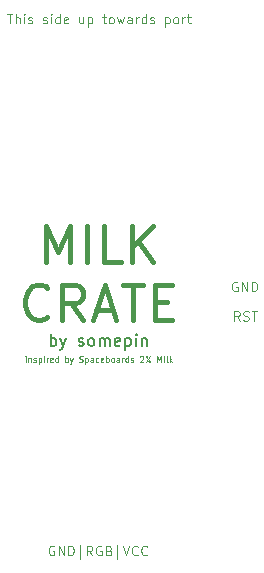
<source format=gto>
G04 #@! TF.GenerationSoftware,KiCad,Pcbnew,(5.1.10)-1*
G04 #@! TF.CreationDate,2021-08-17T09:51:17-04:00*
G04 #@! TF.ProjectId,milkcrate,6d696c6b-6372-4617-9465-2e6b69636164,rev?*
G04 #@! TF.SameCoordinates,Original*
G04 #@! TF.FileFunction,Legend,Top*
G04 #@! TF.FilePolarity,Positive*
%FSLAX46Y46*%
G04 Gerber Fmt 4.6, Leading zero omitted, Abs format (unit mm)*
G04 Created by KiCad (PCBNEW (5.1.10)-1) date 2021-08-17 09:51:17*
%MOMM*%
%LPD*%
G01*
G04 APERTURE LIST*
%ADD10C,0.120000*%
%ADD11C,0.125000*%
%ADD12C,0.150000*%
%ADD13C,0.450000*%
%ADD14C,3.987800*%
%ADD15C,3.048000*%
%ADD16C,1.750000*%
%ADD17C,2.250000*%
%ADD18R,1.600000X1.600000*%
%ADD19C,1.600000*%
%ADD20R,1.700000X1.700000*%
%ADD21O,1.700000X1.700000*%
G04 APERTURE END LIST*
D10*
X126378671Y-23945904D02*
X126835814Y-23945904D01*
X126607242Y-24745904D02*
X126607242Y-23945904D01*
X127102480Y-24745904D02*
X127102480Y-23945904D01*
X127445338Y-24745904D02*
X127445338Y-24326857D01*
X127407242Y-24250666D01*
X127331052Y-24212571D01*
X127216766Y-24212571D01*
X127140576Y-24250666D01*
X127102480Y-24288761D01*
X127826290Y-24745904D02*
X127826290Y-24212571D01*
X127826290Y-23945904D02*
X127788195Y-23984000D01*
X127826290Y-24022095D01*
X127864385Y-23984000D01*
X127826290Y-23945904D01*
X127826290Y-24022095D01*
X128169147Y-24707809D02*
X128245338Y-24745904D01*
X128397719Y-24745904D01*
X128473909Y-24707809D01*
X128512004Y-24631619D01*
X128512004Y-24593523D01*
X128473909Y-24517333D01*
X128397719Y-24479238D01*
X128283433Y-24479238D01*
X128207242Y-24441142D01*
X128169147Y-24364952D01*
X128169147Y-24326857D01*
X128207242Y-24250666D01*
X128283433Y-24212571D01*
X128397719Y-24212571D01*
X128473909Y-24250666D01*
X129426290Y-24707809D02*
X129502480Y-24745904D01*
X129654861Y-24745904D01*
X129731052Y-24707809D01*
X129769147Y-24631619D01*
X129769147Y-24593523D01*
X129731052Y-24517333D01*
X129654861Y-24479238D01*
X129540576Y-24479238D01*
X129464385Y-24441142D01*
X129426290Y-24364952D01*
X129426290Y-24326857D01*
X129464385Y-24250666D01*
X129540576Y-24212571D01*
X129654861Y-24212571D01*
X129731052Y-24250666D01*
X130112004Y-24745904D02*
X130112004Y-24212571D01*
X130112004Y-23945904D02*
X130073909Y-23984000D01*
X130112004Y-24022095D01*
X130150100Y-23984000D01*
X130112004Y-23945904D01*
X130112004Y-24022095D01*
X130835814Y-24745904D02*
X130835814Y-23945904D01*
X130835814Y-24707809D02*
X130759623Y-24745904D01*
X130607242Y-24745904D01*
X130531052Y-24707809D01*
X130492957Y-24669714D01*
X130454861Y-24593523D01*
X130454861Y-24364952D01*
X130492957Y-24288761D01*
X130531052Y-24250666D01*
X130607242Y-24212571D01*
X130759623Y-24212571D01*
X130835814Y-24250666D01*
X131521528Y-24707809D02*
X131445338Y-24745904D01*
X131292957Y-24745904D01*
X131216766Y-24707809D01*
X131178671Y-24631619D01*
X131178671Y-24326857D01*
X131216766Y-24250666D01*
X131292957Y-24212571D01*
X131445338Y-24212571D01*
X131521528Y-24250666D01*
X131559623Y-24326857D01*
X131559623Y-24403047D01*
X131178671Y-24479238D01*
X132854861Y-24212571D02*
X132854861Y-24745904D01*
X132512004Y-24212571D02*
X132512004Y-24631619D01*
X132550100Y-24707809D01*
X132626290Y-24745904D01*
X132740576Y-24745904D01*
X132816766Y-24707809D01*
X132854861Y-24669714D01*
X133235814Y-24212571D02*
X133235814Y-25012571D01*
X133235814Y-24250666D02*
X133312004Y-24212571D01*
X133464385Y-24212571D01*
X133540576Y-24250666D01*
X133578671Y-24288761D01*
X133616766Y-24364952D01*
X133616766Y-24593523D01*
X133578671Y-24669714D01*
X133540576Y-24707809D01*
X133464385Y-24745904D01*
X133312004Y-24745904D01*
X133235814Y-24707809D01*
X134454861Y-24212571D02*
X134759623Y-24212571D01*
X134569147Y-23945904D02*
X134569147Y-24631619D01*
X134607242Y-24707809D01*
X134683433Y-24745904D01*
X134759623Y-24745904D01*
X135140576Y-24745904D02*
X135064385Y-24707809D01*
X135026290Y-24669714D01*
X134988195Y-24593523D01*
X134988195Y-24364952D01*
X135026290Y-24288761D01*
X135064385Y-24250666D01*
X135140576Y-24212571D01*
X135254861Y-24212571D01*
X135331052Y-24250666D01*
X135369147Y-24288761D01*
X135407242Y-24364952D01*
X135407242Y-24593523D01*
X135369147Y-24669714D01*
X135331052Y-24707809D01*
X135254861Y-24745904D01*
X135140576Y-24745904D01*
X135673909Y-24212571D02*
X135826290Y-24745904D01*
X135978671Y-24364952D01*
X136131052Y-24745904D01*
X136283433Y-24212571D01*
X136931052Y-24745904D02*
X136931052Y-24326857D01*
X136892957Y-24250666D01*
X136816766Y-24212571D01*
X136664385Y-24212571D01*
X136588195Y-24250666D01*
X136931052Y-24707809D02*
X136854861Y-24745904D01*
X136664385Y-24745904D01*
X136588195Y-24707809D01*
X136550100Y-24631619D01*
X136550100Y-24555428D01*
X136588195Y-24479238D01*
X136664385Y-24441142D01*
X136854861Y-24441142D01*
X136931052Y-24403047D01*
X137312004Y-24745904D02*
X137312004Y-24212571D01*
X137312004Y-24364952D02*
X137350100Y-24288761D01*
X137388195Y-24250666D01*
X137464385Y-24212571D01*
X137540576Y-24212571D01*
X138150100Y-24745904D02*
X138150100Y-23945904D01*
X138150100Y-24707809D02*
X138073909Y-24745904D01*
X137921528Y-24745904D01*
X137845338Y-24707809D01*
X137807242Y-24669714D01*
X137769147Y-24593523D01*
X137769147Y-24364952D01*
X137807242Y-24288761D01*
X137845338Y-24250666D01*
X137921528Y-24212571D01*
X138073909Y-24212571D01*
X138150100Y-24250666D01*
X138492957Y-24707809D02*
X138569147Y-24745904D01*
X138721528Y-24745904D01*
X138797719Y-24707809D01*
X138835814Y-24631619D01*
X138835814Y-24593523D01*
X138797719Y-24517333D01*
X138721528Y-24479238D01*
X138607242Y-24479238D01*
X138531052Y-24441142D01*
X138492957Y-24364952D01*
X138492957Y-24326857D01*
X138531052Y-24250666D01*
X138607242Y-24212571D01*
X138721528Y-24212571D01*
X138797719Y-24250666D01*
X139788195Y-24212571D02*
X139788195Y-25012571D01*
X139788195Y-24250666D02*
X139864385Y-24212571D01*
X140016766Y-24212571D01*
X140092957Y-24250666D01*
X140131052Y-24288761D01*
X140169147Y-24364952D01*
X140169147Y-24593523D01*
X140131052Y-24669714D01*
X140092957Y-24707809D01*
X140016766Y-24745904D01*
X139864385Y-24745904D01*
X139788195Y-24707809D01*
X140626290Y-24745904D02*
X140550100Y-24707809D01*
X140512004Y-24669714D01*
X140473909Y-24593523D01*
X140473909Y-24364952D01*
X140512004Y-24288761D01*
X140550100Y-24250666D01*
X140626290Y-24212571D01*
X140740576Y-24212571D01*
X140816766Y-24250666D01*
X140854861Y-24288761D01*
X140892957Y-24364952D01*
X140892957Y-24593523D01*
X140854861Y-24669714D01*
X140816766Y-24707809D01*
X140740576Y-24745904D01*
X140626290Y-24745904D01*
X141235814Y-24745904D02*
X141235814Y-24212571D01*
X141235814Y-24364952D02*
X141273909Y-24288761D01*
X141312004Y-24250666D01*
X141388195Y-24212571D01*
X141464385Y-24212571D01*
X141616766Y-24212571D02*
X141921528Y-24212571D01*
X141731052Y-23945904D02*
X141731052Y-24631619D01*
X141769147Y-24707809D01*
X141845338Y-24745904D01*
X141921528Y-24745904D01*
X130359614Y-69030900D02*
X130283423Y-68992804D01*
X130169138Y-68992804D01*
X130054852Y-69030900D01*
X129978661Y-69107090D01*
X129940566Y-69183280D01*
X129902471Y-69335661D01*
X129902471Y-69449947D01*
X129940566Y-69602328D01*
X129978661Y-69678519D01*
X130054852Y-69754709D01*
X130169138Y-69792804D01*
X130245328Y-69792804D01*
X130359614Y-69754709D01*
X130397709Y-69716614D01*
X130397709Y-69449947D01*
X130245328Y-69449947D01*
X130740566Y-69792804D02*
X130740566Y-68992804D01*
X131197709Y-69792804D01*
X131197709Y-68992804D01*
X131578661Y-69792804D02*
X131578661Y-68992804D01*
X131769138Y-68992804D01*
X131883423Y-69030900D01*
X131959614Y-69107090D01*
X131997709Y-69183280D01*
X132035804Y-69335661D01*
X132035804Y-69449947D01*
X131997709Y-69602328D01*
X131959614Y-69678519D01*
X131883423Y-69754709D01*
X131769138Y-69792804D01*
X131578661Y-69792804D01*
X132569138Y-70059471D02*
X132569138Y-68916614D01*
X133597709Y-69792804D02*
X133331042Y-69411852D01*
X133140566Y-69792804D02*
X133140566Y-68992804D01*
X133445328Y-68992804D01*
X133521519Y-69030900D01*
X133559614Y-69068995D01*
X133597709Y-69145185D01*
X133597709Y-69259471D01*
X133559614Y-69335661D01*
X133521519Y-69373757D01*
X133445328Y-69411852D01*
X133140566Y-69411852D01*
X134359614Y-69030900D02*
X134283423Y-68992804D01*
X134169138Y-68992804D01*
X134054852Y-69030900D01*
X133978661Y-69107090D01*
X133940566Y-69183280D01*
X133902471Y-69335661D01*
X133902471Y-69449947D01*
X133940566Y-69602328D01*
X133978661Y-69678519D01*
X134054852Y-69754709D01*
X134169138Y-69792804D01*
X134245328Y-69792804D01*
X134359614Y-69754709D01*
X134397709Y-69716614D01*
X134397709Y-69449947D01*
X134245328Y-69449947D01*
X135007233Y-69373757D02*
X135121519Y-69411852D01*
X135159614Y-69449947D01*
X135197709Y-69526138D01*
X135197709Y-69640423D01*
X135159614Y-69716614D01*
X135121519Y-69754709D01*
X135045328Y-69792804D01*
X134740566Y-69792804D01*
X134740566Y-68992804D01*
X135007233Y-68992804D01*
X135083423Y-69030900D01*
X135121519Y-69068995D01*
X135159614Y-69145185D01*
X135159614Y-69221376D01*
X135121519Y-69297566D01*
X135083423Y-69335661D01*
X135007233Y-69373757D01*
X134740566Y-69373757D01*
X135731042Y-70059471D02*
X135731042Y-68916614D01*
X136188185Y-68992804D02*
X136454852Y-69792804D01*
X136721519Y-68992804D01*
X137445328Y-69716614D02*
X137407233Y-69754709D01*
X137292947Y-69792804D01*
X137216757Y-69792804D01*
X137102471Y-69754709D01*
X137026280Y-69678519D01*
X136988185Y-69602328D01*
X136950090Y-69449947D01*
X136950090Y-69335661D01*
X136988185Y-69183280D01*
X137026280Y-69107090D01*
X137102471Y-69030900D01*
X137216757Y-68992804D01*
X137292947Y-68992804D01*
X137407233Y-69030900D01*
X137445328Y-69068995D01*
X138245328Y-69716614D02*
X138207233Y-69754709D01*
X138092947Y-69792804D01*
X138016757Y-69792804D01*
X137902471Y-69754709D01*
X137826280Y-69678519D01*
X137788185Y-69602328D01*
X137750090Y-69449947D01*
X137750090Y-69335661D01*
X137788185Y-69183280D01*
X137826280Y-69107090D01*
X137902471Y-69030900D01*
X138016757Y-68992804D01*
X138092947Y-68992804D01*
X138207233Y-69030900D01*
X138245328Y-69068995D01*
D11*
X127953273Y-53407440D02*
X127953273Y-53074107D01*
X127953273Y-52907440D02*
X127929464Y-52931250D01*
X127953273Y-52955059D01*
X127977083Y-52931250D01*
X127953273Y-52907440D01*
X127953273Y-52955059D01*
X128191369Y-53074107D02*
X128191369Y-53407440D01*
X128191369Y-53121726D02*
X128215178Y-53097916D01*
X128262797Y-53074107D01*
X128334226Y-53074107D01*
X128381845Y-53097916D01*
X128405654Y-53145535D01*
X128405654Y-53407440D01*
X128619940Y-53383630D02*
X128667559Y-53407440D01*
X128762797Y-53407440D01*
X128810416Y-53383630D01*
X128834226Y-53336011D01*
X128834226Y-53312202D01*
X128810416Y-53264583D01*
X128762797Y-53240773D01*
X128691369Y-53240773D01*
X128643750Y-53216964D01*
X128619940Y-53169345D01*
X128619940Y-53145535D01*
X128643750Y-53097916D01*
X128691369Y-53074107D01*
X128762797Y-53074107D01*
X128810416Y-53097916D01*
X129048511Y-53074107D02*
X129048511Y-53574107D01*
X129048511Y-53097916D02*
X129096130Y-53074107D01*
X129191369Y-53074107D01*
X129238988Y-53097916D01*
X129262797Y-53121726D01*
X129286607Y-53169345D01*
X129286607Y-53312202D01*
X129262797Y-53359821D01*
X129238988Y-53383630D01*
X129191369Y-53407440D01*
X129096130Y-53407440D01*
X129048511Y-53383630D01*
X129500892Y-53407440D02*
X129500892Y-53074107D01*
X129500892Y-52907440D02*
X129477083Y-52931250D01*
X129500892Y-52955059D01*
X129524702Y-52931250D01*
X129500892Y-52907440D01*
X129500892Y-52955059D01*
X129738988Y-53407440D02*
X129738988Y-53074107D01*
X129738988Y-53169345D02*
X129762797Y-53121726D01*
X129786607Y-53097916D01*
X129834226Y-53074107D01*
X129881845Y-53074107D01*
X130238988Y-53383630D02*
X130191369Y-53407440D01*
X130096130Y-53407440D01*
X130048511Y-53383630D01*
X130024702Y-53336011D01*
X130024702Y-53145535D01*
X130048511Y-53097916D01*
X130096130Y-53074107D01*
X130191369Y-53074107D01*
X130238988Y-53097916D01*
X130262797Y-53145535D01*
X130262797Y-53193154D01*
X130024702Y-53240773D01*
X130691369Y-53407440D02*
X130691369Y-52907440D01*
X130691369Y-53383630D02*
X130643750Y-53407440D01*
X130548511Y-53407440D01*
X130500892Y-53383630D01*
X130477083Y-53359821D01*
X130453273Y-53312202D01*
X130453273Y-53169345D01*
X130477083Y-53121726D01*
X130500892Y-53097916D01*
X130548511Y-53074107D01*
X130643750Y-53074107D01*
X130691369Y-53097916D01*
X131310416Y-53407440D02*
X131310416Y-52907440D01*
X131310416Y-53097916D02*
X131358035Y-53074107D01*
X131453273Y-53074107D01*
X131500892Y-53097916D01*
X131524702Y-53121726D01*
X131548511Y-53169345D01*
X131548511Y-53312202D01*
X131524702Y-53359821D01*
X131500892Y-53383630D01*
X131453273Y-53407440D01*
X131358035Y-53407440D01*
X131310416Y-53383630D01*
X131715178Y-53074107D02*
X131834226Y-53407440D01*
X131953273Y-53074107D02*
X131834226Y-53407440D01*
X131786607Y-53526488D01*
X131762797Y-53550297D01*
X131715178Y-53574107D01*
X132500892Y-53383630D02*
X132572321Y-53407440D01*
X132691369Y-53407440D01*
X132738988Y-53383630D01*
X132762797Y-53359821D01*
X132786607Y-53312202D01*
X132786607Y-53264583D01*
X132762797Y-53216964D01*
X132738988Y-53193154D01*
X132691369Y-53169345D01*
X132596130Y-53145535D01*
X132548511Y-53121726D01*
X132524702Y-53097916D01*
X132500892Y-53050297D01*
X132500892Y-53002678D01*
X132524702Y-52955059D01*
X132548511Y-52931250D01*
X132596130Y-52907440D01*
X132715178Y-52907440D01*
X132786607Y-52931250D01*
X133000892Y-53074107D02*
X133000892Y-53574107D01*
X133000892Y-53097916D02*
X133048511Y-53074107D01*
X133143750Y-53074107D01*
X133191369Y-53097916D01*
X133215178Y-53121726D01*
X133238988Y-53169345D01*
X133238988Y-53312202D01*
X133215178Y-53359821D01*
X133191369Y-53383630D01*
X133143750Y-53407440D01*
X133048511Y-53407440D01*
X133000892Y-53383630D01*
X133667559Y-53407440D02*
X133667559Y-53145535D01*
X133643750Y-53097916D01*
X133596130Y-53074107D01*
X133500892Y-53074107D01*
X133453273Y-53097916D01*
X133667559Y-53383630D02*
X133619940Y-53407440D01*
X133500892Y-53407440D01*
X133453273Y-53383630D01*
X133429464Y-53336011D01*
X133429464Y-53288392D01*
X133453273Y-53240773D01*
X133500892Y-53216964D01*
X133619940Y-53216964D01*
X133667559Y-53193154D01*
X134119940Y-53383630D02*
X134072321Y-53407440D01*
X133977083Y-53407440D01*
X133929464Y-53383630D01*
X133905654Y-53359821D01*
X133881845Y-53312202D01*
X133881845Y-53169345D01*
X133905654Y-53121726D01*
X133929464Y-53097916D01*
X133977083Y-53074107D01*
X134072321Y-53074107D01*
X134119940Y-53097916D01*
X134524702Y-53383630D02*
X134477083Y-53407440D01*
X134381845Y-53407440D01*
X134334226Y-53383630D01*
X134310416Y-53336011D01*
X134310416Y-53145535D01*
X134334226Y-53097916D01*
X134381845Y-53074107D01*
X134477083Y-53074107D01*
X134524702Y-53097916D01*
X134548511Y-53145535D01*
X134548511Y-53193154D01*
X134310416Y-53240773D01*
X134762797Y-53407440D02*
X134762797Y-52907440D01*
X134762797Y-53097916D02*
X134810416Y-53074107D01*
X134905654Y-53074107D01*
X134953273Y-53097916D01*
X134977083Y-53121726D01*
X135000892Y-53169345D01*
X135000892Y-53312202D01*
X134977083Y-53359821D01*
X134953273Y-53383630D01*
X134905654Y-53407440D01*
X134810416Y-53407440D01*
X134762797Y-53383630D01*
X135286607Y-53407440D02*
X135238988Y-53383630D01*
X135215178Y-53359821D01*
X135191369Y-53312202D01*
X135191369Y-53169345D01*
X135215178Y-53121726D01*
X135238988Y-53097916D01*
X135286607Y-53074107D01*
X135358035Y-53074107D01*
X135405654Y-53097916D01*
X135429464Y-53121726D01*
X135453273Y-53169345D01*
X135453273Y-53312202D01*
X135429464Y-53359821D01*
X135405654Y-53383630D01*
X135358035Y-53407440D01*
X135286607Y-53407440D01*
X135881845Y-53407440D02*
X135881845Y-53145535D01*
X135858035Y-53097916D01*
X135810416Y-53074107D01*
X135715178Y-53074107D01*
X135667559Y-53097916D01*
X135881845Y-53383630D02*
X135834226Y-53407440D01*
X135715178Y-53407440D01*
X135667559Y-53383630D01*
X135643750Y-53336011D01*
X135643750Y-53288392D01*
X135667559Y-53240773D01*
X135715178Y-53216964D01*
X135834226Y-53216964D01*
X135881845Y-53193154D01*
X136119940Y-53407440D02*
X136119940Y-53074107D01*
X136119940Y-53169345D02*
X136143750Y-53121726D01*
X136167559Y-53097916D01*
X136215178Y-53074107D01*
X136262797Y-53074107D01*
X136643750Y-53407440D02*
X136643750Y-52907440D01*
X136643750Y-53383630D02*
X136596130Y-53407440D01*
X136500892Y-53407440D01*
X136453273Y-53383630D01*
X136429464Y-53359821D01*
X136405654Y-53312202D01*
X136405654Y-53169345D01*
X136429464Y-53121726D01*
X136453273Y-53097916D01*
X136500892Y-53074107D01*
X136596130Y-53074107D01*
X136643750Y-53097916D01*
X136858035Y-53383630D02*
X136905654Y-53407440D01*
X137000892Y-53407440D01*
X137048511Y-53383630D01*
X137072321Y-53336011D01*
X137072321Y-53312202D01*
X137048511Y-53264583D01*
X137000892Y-53240773D01*
X136929464Y-53240773D01*
X136881845Y-53216964D01*
X136858035Y-53169345D01*
X136858035Y-53145535D01*
X136881845Y-53097916D01*
X136929464Y-53074107D01*
X137000892Y-53074107D01*
X137048511Y-53097916D01*
X137643750Y-52955059D02*
X137667559Y-52931250D01*
X137715178Y-52907440D01*
X137834226Y-52907440D01*
X137881845Y-52931250D01*
X137905654Y-52955059D01*
X137929464Y-53002678D01*
X137929464Y-53050297D01*
X137905654Y-53121726D01*
X137619940Y-53407440D01*
X137929464Y-53407440D01*
X138119940Y-53407440D02*
X138500892Y-52907440D01*
X138191369Y-52907440D02*
X138238988Y-52931250D01*
X138262797Y-52978869D01*
X138238988Y-53026488D01*
X138191369Y-53050297D01*
X138143750Y-53026488D01*
X138119940Y-52978869D01*
X138143750Y-52931250D01*
X138191369Y-52907440D01*
X138477083Y-53383630D02*
X138500892Y-53336011D01*
X138477083Y-53288392D01*
X138429464Y-53264583D01*
X138381845Y-53288392D01*
X138358035Y-53336011D01*
X138381845Y-53383630D01*
X138429464Y-53407440D01*
X138477083Y-53383630D01*
X139096130Y-53407440D02*
X139096130Y-52907440D01*
X139262797Y-53264583D01*
X139429464Y-52907440D01*
X139429464Y-53407440D01*
X139667559Y-53407440D02*
X139667559Y-53074107D01*
X139667559Y-52907440D02*
X139643750Y-52931250D01*
X139667559Y-52955059D01*
X139691369Y-52931250D01*
X139667559Y-52907440D01*
X139667559Y-52955059D01*
X139977083Y-53407440D02*
X139929464Y-53383630D01*
X139905654Y-53336011D01*
X139905654Y-52907440D01*
X140167559Y-53407440D02*
X140167559Y-52907440D01*
X140215178Y-53216964D02*
X140358035Y-53407440D01*
X140358035Y-53074107D02*
X140167559Y-53264583D01*
D12*
X130072321Y-52046130D02*
X130072321Y-51046130D01*
X130072321Y-51427083D02*
X130167559Y-51379464D01*
X130358035Y-51379464D01*
X130453273Y-51427083D01*
X130500892Y-51474702D01*
X130548511Y-51569940D01*
X130548511Y-51855654D01*
X130500892Y-51950892D01*
X130453273Y-51998511D01*
X130358035Y-52046130D01*
X130167559Y-52046130D01*
X130072321Y-51998511D01*
X130881845Y-51379464D02*
X131119940Y-52046130D01*
X131358035Y-51379464D02*
X131119940Y-52046130D01*
X131024702Y-52284226D01*
X130977083Y-52331845D01*
X130881845Y-52379464D01*
X132453273Y-51998511D02*
X132548511Y-52046130D01*
X132738988Y-52046130D01*
X132834226Y-51998511D01*
X132881845Y-51903273D01*
X132881845Y-51855654D01*
X132834226Y-51760416D01*
X132738988Y-51712797D01*
X132596130Y-51712797D01*
X132500892Y-51665178D01*
X132453273Y-51569940D01*
X132453273Y-51522321D01*
X132500892Y-51427083D01*
X132596130Y-51379464D01*
X132738988Y-51379464D01*
X132834226Y-51427083D01*
X133453273Y-52046130D02*
X133358035Y-51998511D01*
X133310416Y-51950892D01*
X133262797Y-51855654D01*
X133262797Y-51569940D01*
X133310416Y-51474702D01*
X133358035Y-51427083D01*
X133453273Y-51379464D01*
X133596130Y-51379464D01*
X133691369Y-51427083D01*
X133738988Y-51474702D01*
X133786607Y-51569940D01*
X133786607Y-51855654D01*
X133738988Y-51950892D01*
X133691369Y-51998511D01*
X133596130Y-52046130D01*
X133453273Y-52046130D01*
X134215178Y-52046130D02*
X134215178Y-51379464D01*
X134215178Y-51474702D02*
X134262797Y-51427083D01*
X134358035Y-51379464D01*
X134500892Y-51379464D01*
X134596130Y-51427083D01*
X134643750Y-51522321D01*
X134643750Y-52046130D01*
X134643750Y-51522321D02*
X134691369Y-51427083D01*
X134786607Y-51379464D01*
X134929464Y-51379464D01*
X135024702Y-51427083D01*
X135072321Y-51522321D01*
X135072321Y-52046130D01*
X135929464Y-51998511D02*
X135834226Y-52046130D01*
X135643750Y-52046130D01*
X135548511Y-51998511D01*
X135500892Y-51903273D01*
X135500892Y-51522321D01*
X135548511Y-51427083D01*
X135643750Y-51379464D01*
X135834226Y-51379464D01*
X135929464Y-51427083D01*
X135977083Y-51522321D01*
X135977083Y-51617559D01*
X135500892Y-51712797D01*
X136405654Y-51379464D02*
X136405654Y-52379464D01*
X136405654Y-51427083D02*
X136500892Y-51379464D01*
X136691369Y-51379464D01*
X136786607Y-51427083D01*
X136834226Y-51474702D01*
X136881845Y-51569940D01*
X136881845Y-51855654D01*
X136834226Y-51950892D01*
X136786607Y-51998511D01*
X136691369Y-52046130D01*
X136500892Y-52046130D01*
X136405654Y-51998511D01*
X137310416Y-52046130D02*
X137310416Y-51379464D01*
X137310416Y-51046130D02*
X137262797Y-51093750D01*
X137310416Y-51141369D01*
X137358035Y-51093750D01*
X137310416Y-51046130D01*
X137310416Y-51141369D01*
X137786607Y-51379464D02*
X137786607Y-52046130D01*
X137786607Y-51474702D02*
X137834226Y-51427083D01*
X137929464Y-51379464D01*
X138072321Y-51379464D01*
X138167559Y-51427083D01*
X138215178Y-51522321D01*
X138215178Y-52046130D01*
D13*
X129715178Y-44919642D02*
X129715178Y-41919642D01*
X130715178Y-44062500D01*
X131715178Y-41919642D01*
X131715178Y-44919642D01*
X133143750Y-44919642D02*
X133143750Y-41919642D01*
X136000892Y-44919642D02*
X134572321Y-44919642D01*
X134572321Y-41919642D01*
X137000892Y-44919642D02*
X137000892Y-41919642D01*
X138715178Y-44919642D02*
X137429464Y-43205357D01*
X138715178Y-41919642D02*
X137000892Y-43633928D01*
X129786607Y-49583928D02*
X129643750Y-49726785D01*
X129215178Y-49869642D01*
X128929464Y-49869642D01*
X128500892Y-49726785D01*
X128215178Y-49441071D01*
X128072321Y-49155357D01*
X127929464Y-48583928D01*
X127929464Y-48155357D01*
X128072321Y-47583928D01*
X128215178Y-47298214D01*
X128500892Y-47012500D01*
X128929464Y-46869642D01*
X129215178Y-46869642D01*
X129643750Y-47012500D01*
X129786607Y-47155357D01*
X132786607Y-49869642D02*
X131786607Y-48441071D01*
X131072321Y-49869642D02*
X131072321Y-46869642D01*
X132215178Y-46869642D01*
X132500892Y-47012500D01*
X132643750Y-47155357D01*
X132786607Y-47441071D01*
X132786607Y-47869642D01*
X132643750Y-48155357D01*
X132500892Y-48298214D01*
X132215178Y-48441071D01*
X131072321Y-48441071D01*
X133929464Y-49012500D02*
X135358035Y-49012500D01*
X133643750Y-49869642D02*
X134643750Y-46869642D01*
X135643750Y-49869642D01*
X136215178Y-46869642D02*
X137929464Y-46869642D01*
X137072321Y-49869642D02*
X137072321Y-46869642D01*
X138929464Y-48298214D02*
X139929464Y-48298214D01*
X140358035Y-49869642D02*
X138929464Y-49869642D01*
X138929464Y-46869642D01*
X140358035Y-46869642D01*
D10*
X146094504Y-49930004D02*
X145827838Y-49549052D01*
X145637361Y-49930004D02*
X145637361Y-49130004D01*
X145942123Y-49130004D01*
X146018314Y-49168100D01*
X146056409Y-49206195D01*
X146094504Y-49282385D01*
X146094504Y-49396671D01*
X146056409Y-49472861D01*
X146018314Y-49510957D01*
X145942123Y-49549052D01*
X145637361Y-49549052D01*
X146399266Y-49891909D02*
X146513552Y-49930004D01*
X146704028Y-49930004D01*
X146780219Y-49891909D01*
X146818314Y-49853814D01*
X146856409Y-49777623D01*
X146856409Y-49701433D01*
X146818314Y-49625242D01*
X146780219Y-49587147D01*
X146704028Y-49549052D01*
X146551647Y-49510957D01*
X146475457Y-49472861D01*
X146437361Y-49434766D01*
X146399266Y-49358576D01*
X146399266Y-49282385D01*
X146437361Y-49206195D01*
X146475457Y-49168100D01*
X146551647Y-49130004D01*
X146742123Y-49130004D01*
X146856409Y-49168100D01*
X147084980Y-49130004D02*
X147542123Y-49130004D01*
X147313552Y-49930004D02*
X147313552Y-49130004D01*
X145872276Y-46678900D02*
X145796085Y-46640804D01*
X145681800Y-46640804D01*
X145567514Y-46678900D01*
X145491323Y-46755090D01*
X145453228Y-46831280D01*
X145415133Y-46983661D01*
X145415133Y-47097947D01*
X145453228Y-47250328D01*
X145491323Y-47326519D01*
X145567514Y-47402709D01*
X145681800Y-47440804D01*
X145757990Y-47440804D01*
X145872276Y-47402709D01*
X145910371Y-47364614D01*
X145910371Y-47097947D01*
X145757990Y-47097947D01*
X146253228Y-47440804D02*
X146253228Y-46640804D01*
X146710371Y-47440804D01*
X146710371Y-46640804D01*
X147091323Y-47440804D02*
X147091323Y-46640804D01*
X147281800Y-46640804D01*
X147396085Y-46678900D01*
X147472276Y-46755090D01*
X147510371Y-46831280D01*
X147548466Y-46983661D01*
X147548466Y-47097947D01*
X147510371Y-47250328D01*
X147472276Y-47326519D01*
X147396085Y-47402709D01*
X147281800Y-47440804D01*
X147091323Y-47440804D01*
%LPC*%
D14*
G04 #@! TO.C,MX2*
X122205750Y-54451250D03*
X146081750Y-54451250D03*
D15*
X122205750Y-69691250D03*
X146081750Y-69691250D03*
D16*
X134143750Y-67786250D03*
X134143750Y-57626250D03*
D17*
X131603750Y-58896250D03*
D14*
X134143750Y-62706250D03*
D17*
X129063750Y-65246250D03*
G04 #@! TD*
D14*
G04 #@! TO.C,MX1*
X146081750Y-42386250D03*
X122205750Y-42386250D03*
D15*
X146081750Y-27146250D03*
X122205750Y-27146250D03*
D16*
X134143750Y-29051250D03*
X134143750Y-39211250D03*
D17*
X136683750Y-37941250D03*
D14*
X134143750Y-34131250D03*
D17*
X139223750Y-31591250D03*
G04 #@! TD*
D18*
G04 #@! TO.C,U1*
X126523750Y-26113750D03*
D19*
X126523750Y-28653750D03*
X126523750Y-31193750D03*
X126523750Y-33733750D03*
X126523750Y-36273750D03*
X126523750Y-38813750D03*
X126523750Y-41353750D03*
X126523750Y-43893750D03*
X126523750Y-46433750D03*
X126523750Y-48973750D03*
X126523750Y-51513750D03*
X126523750Y-54053750D03*
X141763750Y-54053750D03*
X141763750Y-51513750D03*
X141763750Y-48973750D03*
X141763750Y-46433750D03*
X141763750Y-43893750D03*
X141763750Y-41353750D03*
X141763750Y-38813750D03*
X141763750Y-36273750D03*
X141763750Y-33733750D03*
X141763750Y-31193750D03*
X141763750Y-28653750D03*
X141763750Y-26113750D03*
G04 #@! TD*
D20*
G04 #@! TO.C,J2*
X136652000Y-71170800D03*
D21*
X134112000Y-71170800D03*
X131572000Y-71170800D03*
G04 #@! TD*
D20*
G04 #@! TO.C,J1*
X148920200Y-47053500D03*
D21*
X148920200Y-49593500D03*
G04 #@! TD*
M02*

</source>
